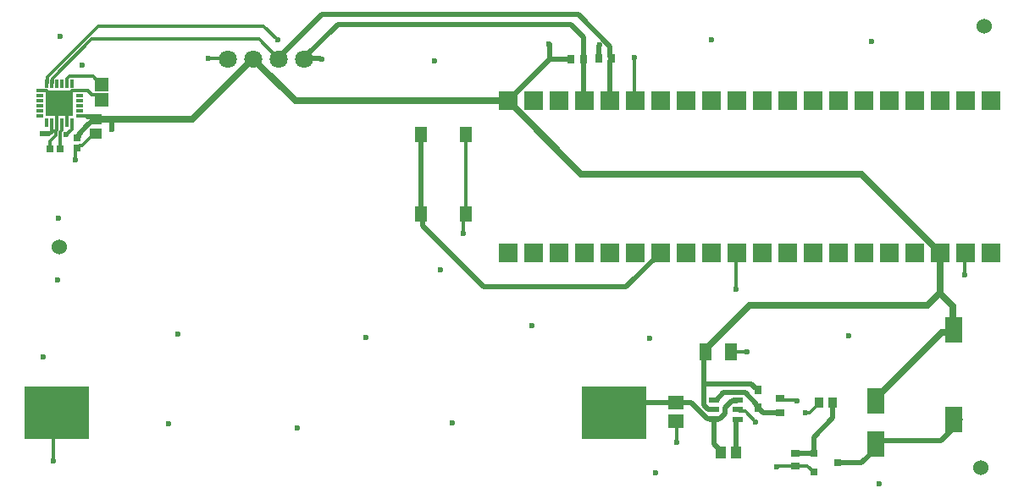
<source format=gtl>
G04*
G04 #@! TF.GenerationSoftware,Altium Limited,Altium Designer,25.8.1 (18)*
G04*
G04 Layer_Physical_Order=1*
G04 Layer_Color=255*
%FSLAX44Y44*%
%MOMM*%
G71*
G04*
G04 #@! TF.SameCoordinates,220DD8DD-A9B0-4AC3-BD9C-64780996674F*
G04*
G04*
G04 #@! TF.FilePolarity,Positive*
G04*
G01*
G75*
%ADD11C,0.2540*%
%ADD15R,6.4500X5.3000*%
%ADD16R,1.5562X1.4546*%
%ADD17R,0.9000X1.0500*%
%ADD18R,0.8000X0.8000*%
%ADD19R,1.0061X1.3082*%
%ADD20R,1.1000X0.6000*%
%ADD21R,1.7500X2.6500*%
%ADD22R,0.8000X0.3500*%
%ADD23R,0.3500X0.8500*%
%ADD24R,1.4562X1.3781*%
%ADD25R,1.8000X2.5000*%
%ADD26R,0.8000X0.9500*%
%ADD27R,0.7200X0.7600*%
%ADD28R,1.3000X1.0000*%
%ADD29R,0.8000X0.9000*%
%ADD30R,1.1544X1.7062*%
%ADD31R,1.3000X1.5500*%
%ADD32R,0.8621X0.7581*%
%ADD33R,0.9000X0.7000*%
%ADD34R,0.7600X0.7200*%
%ADD51C,0.3000*%
%ADD52R,2.7000X2.6000*%
%ADD53C,0.7000*%
%ADD54C,0.5000*%
%ADD55C,0.4000*%
%ADD56C,1.8000*%
%ADD57C,1.5240*%
%ADD58R,1.9050X1.9050*%
%ADD59C,0.5000*%
%ADD60C,0.6000*%
D11*
X598750Y90000D02*
X608750Y100000D01*
D15*
X598750Y90000D02*
D03*
X41250D02*
D03*
D16*
X660000Y100000D02*
D03*
Y81484D02*
D03*
D17*
X817000Y100000D02*
D03*
X803000D02*
D03*
D18*
X798000Y49500D02*
D03*
X822000Y40000D02*
D03*
X798000Y30500D02*
D03*
D19*
X720000Y50000D02*
D03*
X705478D02*
D03*
D20*
X722000Y83500D02*
D03*
X698000D02*
D03*
X722000Y102500D02*
D03*
X698000Y93000D02*
D03*
X722000D02*
D03*
X698000Y102500D02*
D03*
D21*
X860000Y58500D02*
D03*
Y101500D02*
D03*
D22*
X64000Y392500D02*
D03*
Y397500D02*
D03*
Y402500D02*
D03*
Y407500D02*
D03*
Y412500D02*
D03*
X24000Y387500D02*
D03*
Y392500D02*
D03*
Y397500D02*
D03*
Y402500D02*
D03*
Y407500D02*
D03*
Y412500D02*
D03*
X64000Y387500D02*
D03*
D23*
X56500Y419750D02*
D03*
X51500D02*
D03*
X46500D02*
D03*
X41500D02*
D03*
X56500Y380250D02*
D03*
X51500D02*
D03*
X46500D02*
D03*
X41500D02*
D03*
X31500D02*
D03*
X36500D02*
D03*
X31500Y419750D02*
D03*
X36500D02*
D03*
D24*
X86000Y418641D02*
D03*
Y403359D02*
D03*
D25*
X937768Y83267D02*
D03*
Y173275D02*
D03*
D26*
X596000Y445000D02*
D03*
X568000Y444000D02*
D03*
X555500D02*
D03*
X583500Y445000D02*
D03*
D27*
X62000Y365000D02*
D03*
Y355200D02*
D03*
D28*
X80000Y384000D02*
D03*
Y369000D02*
D03*
D29*
X742000Y112500D02*
D03*
Y95500D02*
D03*
D30*
X690000Y151000D02*
D03*
X715518D02*
D03*
D31*
X450384Y368806D02*
D03*
Y289306D02*
D03*
X405384D02*
D03*
Y368806D02*
D03*
D32*
X780000Y36730D02*
D03*
Y49270D02*
D03*
D33*
X764000Y104000D02*
D03*
Y90000D02*
D03*
D34*
X34650Y354330D02*
D03*
X44450D02*
D03*
D51*
X661000Y80484D02*
G03*
X660000Y81484I-1000J0D01*
G01*
X948944Y249544D02*
X949400Y250000D01*
X948944Y227584D02*
Y249544D01*
X447802Y269240D02*
Y287948D01*
X450384Y289306D02*
Y368806D01*
X50800Y368554D02*
X56250Y374004D01*
Y380000D01*
X40738Y372660D02*
X41250Y373172D01*
X40738Y367588D02*
Y372660D01*
X41250Y380000D02*
X41500Y380250D01*
X36500Y372662D02*
Y380250D01*
X44450Y365785D02*
X44638Y365973D01*
Y371045D01*
X36338Y372500D02*
X36500Y372662D01*
X44638Y371045D02*
X46250Y372657D01*
X41250Y373172D02*
Y380000D01*
X34650Y361500D02*
X40738Y367588D01*
X46250Y372657D02*
Y380000D01*
X41500Y380250D02*
Y388500D01*
X46250Y380000D02*
X46500Y380250D01*
X44450Y354330D02*
Y365785D01*
X62000Y354636D02*
Y355200D01*
X60264Y343728D02*
Y352900D01*
X59690Y343154D02*
X60264Y343728D01*
Y352900D02*
X62000Y354636D01*
X661000Y60000D02*
Y80484D01*
X34650Y354330D02*
Y361500D01*
X56250Y380000D02*
X56500Y380250D01*
X212100Y444500D02*
X212600Y444000D01*
X193500Y444500D02*
X212100D01*
X193000Y445000D02*
X193500Y444500D01*
X243400Y464000D02*
X263400Y444000D01*
X75932Y464000D02*
X243400D01*
X36750Y424818D02*
X75932Y464000D01*
X36750Y420000D02*
Y424818D01*
X36500Y419750D02*
X36750Y420000D01*
X247800Y477200D02*
X262000Y463000D01*
X83192Y477200D02*
X247800D01*
X31750Y425758D02*
X83192Y477200D01*
X31750Y420000D02*
Y425758D01*
X31500Y419750D02*
X31750Y420000D01*
X64250Y387250D02*
X70750D01*
X64000Y387500D02*
X64250Y387250D01*
X49500Y394500D02*
X51500Y392500D01*
Y380250D02*
Y392500D01*
X47500Y394500D02*
X49500D01*
X41500Y388500D02*
X47500Y394500D01*
X715518Y151000D02*
X731000D01*
X715518Y151000D02*
X715518Y151000D01*
X76250Y408750D02*
X80610D01*
X72500Y412500D02*
X76250Y408750D01*
X80610D02*
X86000Y403359D01*
X78500Y369000D02*
X80000D01*
X64100Y357500D02*
X67000D01*
X78500Y369000D01*
X780426Y102574D02*
X781000Y102000D01*
X765426Y102574D02*
X780426D01*
X764000Y104000D02*
X765426Y102574D01*
X791770Y36730D02*
X798000Y30500D01*
X780000Y36730D02*
X791770D01*
X761365Y36365D02*
X779635D01*
X780000Y36730D01*
X729432Y91568D02*
X740000Y81000D01*
X723432Y91568D02*
X729432D01*
X722000Y93000D02*
X723432Y91568D01*
X761000Y36000D02*
X761365Y36365D01*
X64000Y412500D02*
X72500D01*
X63750Y412250D02*
X64000Y412500D01*
X56750Y412250D02*
X63750D01*
X50000Y405500D02*
X56750Y412250D01*
X38000Y405500D02*
X38500D01*
X31250Y412250D02*
X38000Y405500D01*
X24250Y412250D02*
X31250D01*
X24000Y412500D02*
X24250Y412250D01*
X62000Y355400D02*
X64100Y357500D01*
X38000Y42000D02*
Y86750D01*
X41250Y90000D01*
X619000Y402600D02*
X619200Y402400D01*
X619000Y402600D02*
Y446000D01*
X85609Y418641D02*
X86000D01*
X77550Y426700D02*
X85609Y418641D01*
X53632Y426700D02*
X77550D01*
X51750Y424818D02*
X53632Y426700D01*
X51750Y420000D02*
Y424818D01*
X51500Y419750D02*
X51750Y420000D01*
X720000Y249200D02*
X720800Y250000D01*
X720000Y214000D02*
Y249200D01*
X790000Y90000D02*
X793750D01*
X803000Y99250D01*
Y100000D01*
D52*
X44000Y400000D02*
D03*
D53*
X925750Y170354D02*
X934808D01*
X937314Y172860D01*
X936731Y181722D02*
Y196918D01*
X860000Y104604D02*
Y106000D01*
X865250Y111250D02*
X866646D01*
X925750Y170354D01*
X860000Y106000D02*
X865250Y111250D01*
X924000Y209649D02*
X936731Y196918D01*
X911604Y197252D02*
X923326Y208975D01*
X234750Y441750D02*
X240550D01*
X923326Y208975D02*
X924000Y209649D01*
Y250000D01*
X240550Y441750D02*
X279900Y402400D01*
X177000Y384000D02*
X234750Y441750D01*
X96000Y384000D02*
X177000D01*
X498225Y396078D02*
X565628Y328675D01*
X80000Y384000D02*
X96000D01*
X279900Y402400D02*
X492200D01*
X498225Y396078D02*
Y396375D01*
X492200Y402400D02*
X498225Y396375D01*
X690000Y153759D02*
X733493Y197252D01*
X690000Y151000D02*
Y153759D01*
X733493Y197252D02*
X911604D01*
X845622Y328675D02*
X913025Y261272D01*
X565628Y328675D02*
X845622D01*
X913025Y260975D02*
Y261272D01*
Y260975D02*
X924000Y250000D01*
D54*
X860000Y101500D02*
Y104604D01*
X720000Y50000D02*
Y83000D01*
X720500Y83500D01*
X722000D01*
X608750Y100000D02*
X660000D01*
X675281D01*
X691281Y84000D01*
X697500D01*
X698000Y83500D01*
Y58989D02*
Y83500D01*
Y58989D02*
X705478Y51511D01*
Y50000D02*
Y51511D01*
X698000Y83500D02*
X698500Y84000D01*
X703864D01*
X709250Y89386D01*
Y95114D01*
X716136Y102000D01*
X721500D01*
X722000Y102500D01*
X938126Y76977D02*
X944626Y83477D01*
X925322Y61976D02*
X940666Y77320D01*
Y81847D01*
X863476Y61976D02*
X925322D01*
X860000Y58500D02*
X863476Y61976D01*
X860000Y54000D02*
Y58500D01*
X406783Y276985D02*
Y287907D01*
X467768Y216000D02*
X610600D01*
X405384Y289306D02*
X406783Y287907D01*
Y276985D02*
X467768Y216000D01*
X405384Y289306D02*
Y368806D01*
X533800Y444000D02*
Y459086D01*
X533654Y459232D02*
X533800Y459086D01*
X583946Y458199D02*
Y458470D01*
X583500Y457753D02*
X583946Y458199D01*
X583500Y445000D02*
Y457753D01*
X562467Y489000D02*
X594500Y456967D01*
X306700Y489000D02*
X562467D01*
X594500Y446500D02*
Y456967D01*
Y446500D02*
X596000Y445000D01*
X262700D02*
X306700Y489000D01*
X593800Y442050D02*
X596000Y444250D01*
Y445000D01*
X593800Y402400D02*
Y442050D01*
X555000Y479000D02*
X568000Y466000D01*
X322100Y479000D02*
X555000D01*
X305729Y444000D02*
X306000D01*
X288100Y445000D02*
X304729D01*
X305729Y444000D01*
X568000Y402800D02*
X568400Y402400D01*
X568000Y444000D02*
Y466000D01*
Y402800D02*
Y444000D01*
X288100Y445000D02*
X322100Y479000D01*
X27000Y369000D02*
X27191Y369191D01*
X62000Y365000D02*
X63100Y366100D01*
X27191Y369191D02*
X33191D01*
X63100Y366100D02*
Y368833D01*
X71967Y377700D01*
X72200D01*
X78500Y384000D01*
X72000Y386000D02*
X78000D01*
X80000Y384000D01*
X533800Y444000D02*
X555500D01*
X492200Y402400D02*
X533800Y444000D01*
X692136Y93500D02*
X697500D01*
X688000Y97636D02*
X692136Y93500D01*
X697500D02*
X698000Y93000D01*
X740500Y114500D02*
X742000Y113000D01*
X688000Y97636D02*
Y119000D01*
Y149000D01*
X740000Y114500D02*
X740500D01*
X688000Y119000D02*
X735500D01*
X740000Y114500D01*
X742000Y112500D02*
Y113000D01*
X688000Y149000D02*
X690000Y151000D01*
X96000Y374000D02*
Y384000D01*
X610600Y216000D02*
X644600Y250000D01*
X846000Y40000D02*
X860000Y54000D01*
X822000Y40000D02*
X846000D01*
X817000Y84625D02*
Y100000D01*
X798000Y65625D02*
X817000Y84625D01*
X798000Y49500D02*
Y65625D01*
X797885Y49385D02*
X798000Y49500D01*
X780115Y49385D02*
X797885D01*
X780000Y49270D02*
X780115Y49385D01*
X747500Y90000D02*
X764000D01*
X744000Y93500D02*
X747500Y90000D01*
X743500Y93500D02*
X744000D01*
X742000Y95000D02*
X743500Y93500D01*
X742000Y95000D02*
Y95500D01*
X740500Y97000D02*
X742000Y95500D01*
X740500Y97000D02*
Y98864D01*
X729364Y110000D02*
X740500Y98864D01*
X708000Y110000D02*
X729364D01*
X700500Y102500D02*
X708000Y110000D01*
X698000Y102500D02*
X700500D01*
D55*
X33191Y369191D02*
X36338Y372338D01*
Y372500D01*
X70750Y387250D02*
X72000Y386000D01*
D56*
X288800Y444000D02*
D03*
X263400D02*
D03*
X238000D02*
D03*
X212600D02*
D03*
D57*
X968248Y476504D02*
D03*
X964692Y34544D02*
D03*
X43942Y256286D02*
D03*
D58*
X593800Y402400D02*
D03*
X568400D02*
D03*
X492200D02*
D03*
X924000Y250000D02*
D03*
X517600Y402400D02*
D03*
X619200D02*
D03*
X974800D02*
D03*
X949400D02*
D03*
X924000D02*
D03*
X898600D02*
D03*
X873200D02*
D03*
X847800D02*
D03*
X822400D02*
D03*
X797000D02*
D03*
X771600D02*
D03*
X746200D02*
D03*
X720800D02*
D03*
X695400D02*
D03*
X670000D02*
D03*
X644600D02*
D03*
X543000D02*
D03*
X974800Y250000D02*
D03*
X949400D02*
D03*
X898600D02*
D03*
X873200D02*
D03*
X847800D02*
D03*
X822400D02*
D03*
X797000D02*
D03*
X771600D02*
D03*
X746200D02*
D03*
X720800D02*
D03*
X695400D02*
D03*
X670000D02*
D03*
X644600D02*
D03*
X619200D02*
D03*
X593800D02*
D03*
X568400D02*
D03*
X543000D02*
D03*
X517600D02*
D03*
X492200D02*
D03*
D59*
X38500Y405500D02*
D03*
X49500D02*
D03*
Y394500D02*
D03*
X38500D02*
D03*
D60*
X44958Y466344D02*
D03*
X855980Y462026D02*
D03*
X419100Y441960D02*
D03*
X948944Y227584D02*
D03*
X832866Y166624D02*
D03*
X516636Y177038D02*
D03*
X424942Y232918D02*
D03*
X350774Y165100D02*
D03*
X162306Y168402D02*
D03*
X27432Y145542D02*
D03*
X281940Y74676D02*
D03*
X66548Y438150D02*
D03*
X153162Y78740D02*
D03*
X42164Y223012D02*
D03*
X436372Y79502D02*
D03*
X633730Y164592D02*
D03*
X863600Y18542D02*
D03*
X640334Y29718D02*
D03*
X43434Y284988D02*
D03*
X696214Y463042D02*
D03*
X447802Y269240D02*
D03*
X533654Y459232D02*
D03*
X583946Y458470D02*
D03*
X50800Y368554D02*
D03*
X59690Y343154D02*
D03*
X306000Y444000D02*
D03*
X262000Y463000D02*
D03*
X27000Y369000D02*
D03*
X96000Y374000D02*
D03*
X731000Y151000D02*
D03*
X193000Y445000D02*
D03*
X781000Y102000D02*
D03*
X740000Y81000D02*
D03*
X761000Y36000D02*
D03*
X661000Y60000D02*
D03*
X38000Y42000D02*
D03*
X619000Y446000D02*
D03*
X720000Y214000D02*
D03*
X790000Y90000D02*
D03*
M02*

</source>
